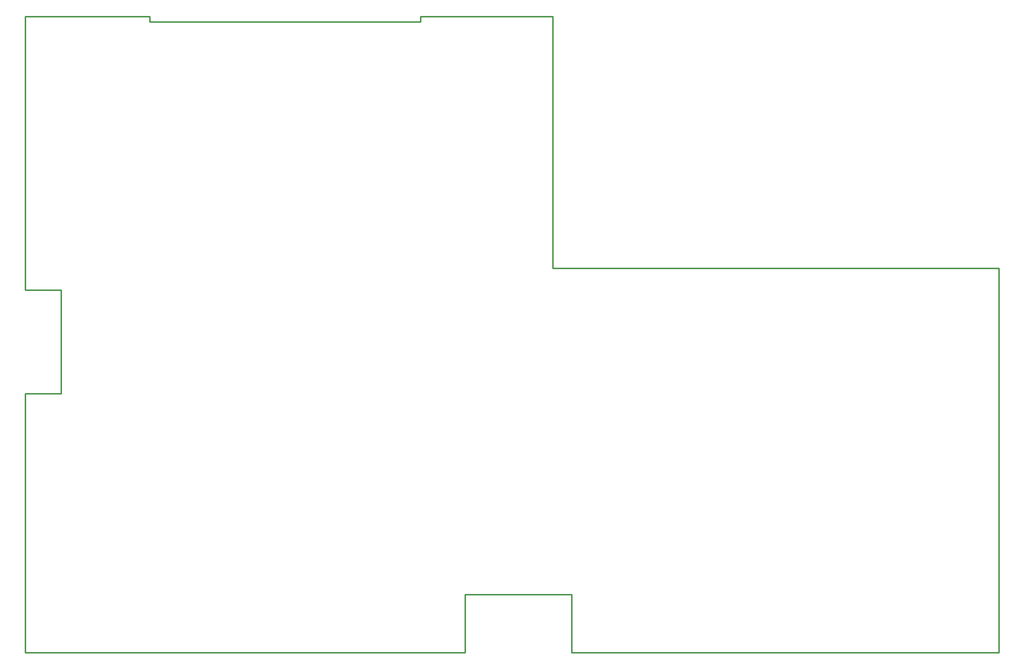
<source format=gbr>
G04 EAGLE Gerber RS-274X export*
G75*
%MOMM*%
%FSLAX34Y34*%
%LPD*%
%IN*%
%IPPOS*%
%AMOC8*
5,1,8,0,0,1.08239X$1,22.5*%
G01*
G04 Define Apertures*
%ADD10C,0.254000*%
D10*
X-54000Y-832000D02*
X715000Y-832000D01*
X715000Y-731000D01*
X901000Y-731000D01*
X901000Y-832000D01*
X1648000Y-832000D01*
X1648000Y-160000D01*
X868000Y-160000D01*
X868000Y280000D01*
X637000Y280000D01*
X637000Y271000D01*
X164000Y271000D01*
X164000Y280000D01*
X-54000Y280000D01*
X-54000Y-198000D01*
X9000Y-198000D01*
X9000Y-379000D01*
X-54000Y-379000D01*
X-54000Y-832000D01*
M02*

</source>
